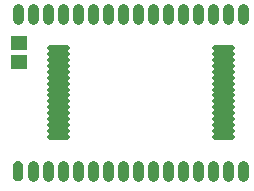
<source format=gts>
G04 Layer: TopSolderMaskLayer*
G04 EasyEDA v6.4.19.4, 2021-05-22T17:12:30+02:00*
G04 60ca6d144bf64f37953a992c9f1d910e,8dc9eacff13444d6b60fd3cb587e6cd5,10*
G04 Gerber Generator version 0.2*
G04 Scale: 100 percent, Rotated: No, Reflected: No *
G04 Dimensions in inches *
G04 leading zeros omitted , absolute positions ,3 integer and 6 decimal *
%FSLAX36Y36*%
%MOIN*%

%ADD18C,0.0190*%
%ADD19C,0.0356*%
%ADD20C,0.0356*%

%LPD*%
D18*
X1157637Y-1022640D02*
G01*
X1213542Y-1022640D01*
X1157637Y-1002950D02*
G01*
X1213542Y-1002950D01*
X1157637Y-983270D02*
G01*
X1213542Y-983270D01*
X1157637Y-963580D02*
G01*
X1213542Y-963580D01*
X1157637Y-943899D02*
G01*
X1213542Y-943899D01*
X1157637Y-924209D02*
G01*
X1213542Y-924209D01*
X1157637Y-904529D02*
G01*
X1213542Y-904529D01*
X1157637Y-884839D02*
G01*
X1213542Y-884839D01*
X1157637Y-865160D02*
G01*
X1213542Y-865160D01*
X1157637Y-845470D02*
G01*
X1213542Y-845470D01*
X1157637Y-825790D02*
G01*
X1213542Y-825790D01*
X1157637Y-806100D02*
G01*
X1213542Y-806100D01*
X1157637Y-786419D02*
G01*
X1213542Y-786419D01*
X1157637Y-766729D02*
G01*
X1213542Y-766729D01*
X1157637Y-747049D02*
G01*
X1213542Y-747049D01*
X1157637Y-727359D02*
G01*
X1213542Y-727359D01*
X606457Y-1022640D02*
G01*
X662363Y-1022640D01*
X606457Y-1002950D02*
G01*
X662363Y-1002950D01*
X606457Y-983270D02*
G01*
X662363Y-983270D01*
X606457Y-963580D02*
G01*
X662363Y-963580D01*
X606457Y-943899D02*
G01*
X662363Y-943899D01*
X606457Y-924209D02*
G01*
X662363Y-924209D01*
X606457Y-904529D02*
G01*
X662363Y-904529D01*
X606457Y-884839D02*
G01*
X662363Y-884839D01*
X606457Y-865160D02*
G01*
X662363Y-865160D01*
X606457Y-845470D02*
G01*
X662363Y-845470D01*
X606457Y-825790D02*
G01*
X662363Y-825790D01*
X606457Y-806100D02*
G01*
X662363Y-806100D01*
X606457Y-786419D02*
G01*
X662363Y-786419D01*
X606457Y-766729D02*
G01*
X662363Y-766729D01*
X606457Y-747049D02*
G01*
X662363Y-747049D01*
X606457Y-727359D02*
G01*
X662363Y-727359D01*
D19*
X1250000Y-597442D02*
G01*
X1250000Y-628897D01*
X1200000Y-597442D02*
G01*
X1200000Y-628897D01*
X1150000Y-597442D02*
G01*
X1150000Y-628897D01*
X1100000Y-597442D02*
G01*
X1100000Y-628897D01*
X1050000Y-597442D02*
G01*
X1050000Y-628897D01*
X1000000Y-597442D02*
G01*
X1000000Y-628897D01*
X950000Y-597442D02*
G01*
X950000Y-628897D01*
X900000Y-597442D02*
G01*
X900000Y-628897D01*
X850000Y-597442D02*
G01*
X850000Y-628897D01*
X800000Y-597442D02*
G01*
X800000Y-628897D01*
X750000Y-597442D02*
G01*
X750000Y-628897D01*
X700000Y-597442D02*
G01*
X700000Y-628897D01*
X650000Y-597442D02*
G01*
X650000Y-628897D01*
X600000Y-597442D02*
G01*
X600000Y-628897D01*
X550000Y-597442D02*
G01*
X550000Y-628897D01*
X500000Y-597442D02*
G01*
X500000Y-628897D01*
D20*
X850000Y-1121062D02*
G01*
X850000Y-1152518D01*
X900000Y-1121062D02*
G01*
X900000Y-1152518D01*
X550000Y-1121062D02*
G01*
X550000Y-1152518D01*
X600000Y-1121062D02*
G01*
X600000Y-1152518D01*
X650000Y-1121062D02*
G01*
X650000Y-1152518D01*
X700000Y-1121062D02*
G01*
X700000Y-1152518D01*
X750000Y-1121062D02*
G01*
X750000Y-1152518D01*
X800000Y-1121062D02*
G01*
X800000Y-1152518D01*
X950000Y-1121062D02*
G01*
X950000Y-1152518D01*
X1000000Y-1121062D02*
G01*
X1000000Y-1152518D01*
X1050000Y-1121062D02*
G01*
X1050000Y-1152518D01*
X1100000Y-1121062D02*
G01*
X1100000Y-1152518D01*
X1150000Y-1121062D02*
G01*
X1150000Y-1152518D01*
D19*
X1200000Y-1121062D02*
G01*
X1200000Y-1152518D01*
D20*
X1250000Y-1121062D02*
G01*
X1250000Y-1152518D01*
G36*
X478299Y-795999D02*
G01*
X478299Y-748600D01*
X529600Y-748600D01*
X529600Y-795999D01*
G37*
G36*
X478299Y-733000D02*
G01*
X478299Y-685599D01*
X529600Y-685599D01*
X529600Y-733000D01*
G37*
G36*
X492399Y-1170300D02*
G01*
X482199Y-1160100D01*
X482199Y-1113499D01*
X492399Y-1103200D01*
X507600Y-1103200D01*
X517800Y-1113499D01*
X517800Y-1160100D01*
X507600Y-1170300D01*
G37*
M02*

</source>
